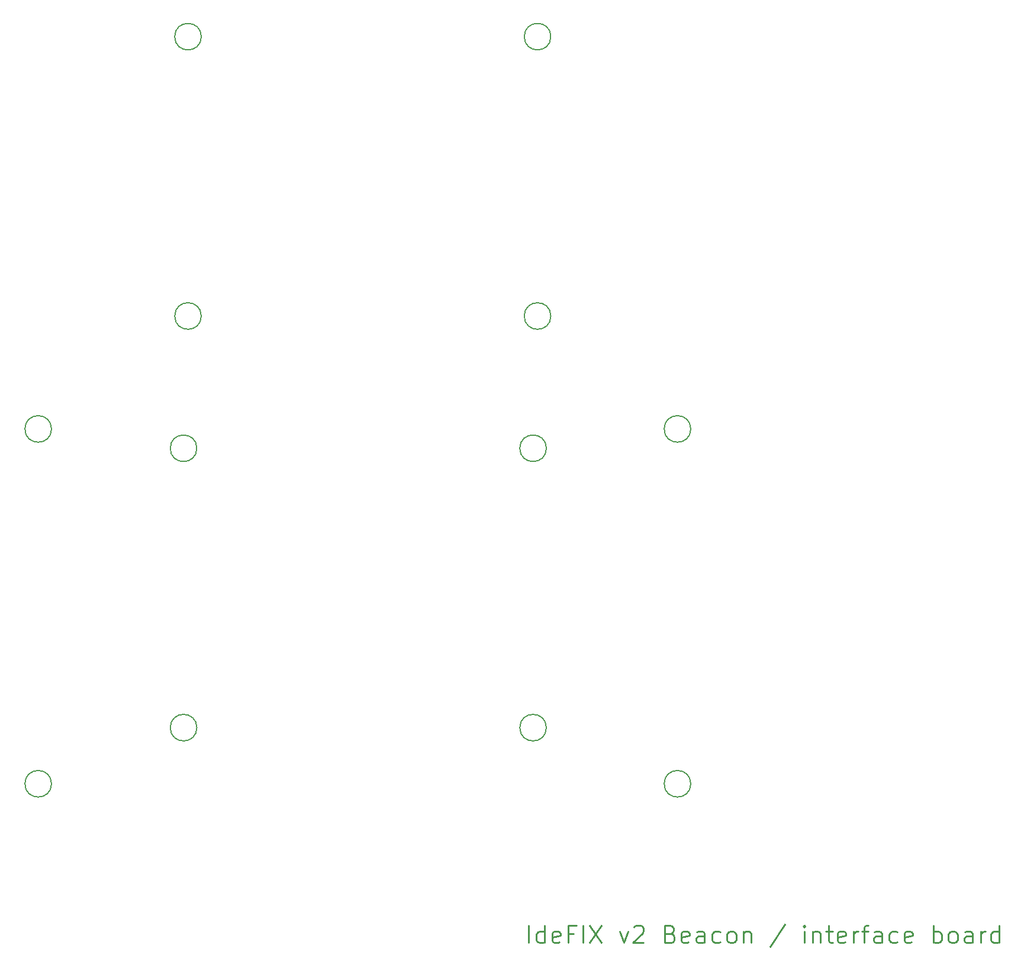
<source format=gbr>
%TF.GenerationSoftware,KiCad,Pcbnew,8.0.6*%
%TF.CreationDate,2025-07-11T21:39:04-04:00*%
%TF.ProjectId,receiver,72656365-6976-4657-922e-6b696361645f,rev?*%
%TF.SameCoordinates,Original*%
%TF.FileFunction,Other,Comment*%
%FSLAX46Y46*%
G04 Gerber Fmt 4.6, Leading zero omitted, Abs format (unit mm)*
G04 Created by KiCad (PCBNEW 8.0.6) date 2025-07-11 21:39:04*
%MOMM*%
%LPD*%
G01*
G04 APERTURE LIST*
%ADD10C,0.250000*%
%ADD11C,0.150000*%
G04 APERTURE END LIST*
D10*
X179620565Y-173725542D02*
X179620565Y-171225542D01*
X181882469Y-173725542D02*
X181882469Y-171225542D01*
X181882469Y-173606495D02*
X181644374Y-173725542D01*
X181644374Y-173725542D02*
X181168183Y-173725542D01*
X181168183Y-173725542D02*
X180930088Y-173606495D01*
X180930088Y-173606495D02*
X180811041Y-173487447D01*
X180811041Y-173487447D02*
X180691993Y-173249352D01*
X180691993Y-173249352D02*
X180691993Y-172535066D01*
X180691993Y-172535066D02*
X180811041Y-172296971D01*
X180811041Y-172296971D02*
X180930088Y-172177923D01*
X180930088Y-172177923D02*
X181168183Y-172058875D01*
X181168183Y-172058875D02*
X181644374Y-172058875D01*
X181644374Y-172058875D02*
X181882469Y-172177923D01*
X184025327Y-173606495D02*
X183787231Y-173725542D01*
X183787231Y-173725542D02*
X183311041Y-173725542D01*
X183311041Y-173725542D02*
X183072946Y-173606495D01*
X183072946Y-173606495D02*
X182953898Y-173368399D01*
X182953898Y-173368399D02*
X182953898Y-172416018D01*
X182953898Y-172416018D02*
X183072946Y-172177923D01*
X183072946Y-172177923D02*
X183311041Y-172058875D01*
X183311041Y-172058875D02*
X183787231Y-172058875D01*
X183787231Y-172058875D02*
X184025327Y-172177923D01*
X184025327Y-172177923D02*
X184144374Y-172416018D01*
X184144374Y-172416018D02*
X184144374Y-172654114D01*
X184144374Y-172654114D02*
X182953898Y-172892209D01*
X186049136Y-172416018D02*
X185215803Y-172416018D01*
X185215803Y-173725542D02*
X185215803Y-171225542D01*
X185215803Y-171225542D02*
X186406279Y-171225542D01*
X187358660Y-173725542D02*
X187358660Y-171225542D01*
X188311040Y-171225542D02*
X189977707Y-173725542D01*
X189977707Y-171225542D02*
X188311040Y-173725542D01*
X192596754Y-172058875D02*
X193191992Y-173725542D01*
X193191992Y-173725542D02*
X193787231Y-172058875D01*
X194620564Y-171463637D02*
X194739612Y-171344590D01*
X194739612Y-171344590D02*
X194977707Y-171225542D01*
X194977707Y-171225542D02*
X195572945Y-171225542D01*
X195572945Y-171225542D02*
X195811040Y-171344590D01*
X195811040Y-171344590D02*
X195930088Y-171463637D01*
X195930088Y-171463637D02*
X196049135Y-171701733D01*
X196049135Y-171701733D02*
X196049135Y-171939828D01*
X196049135Y-171939828D02*
X195930088Y-172296971D01*
X195930088Y-172296971D02*
X194501516Y-173725542D01*
X194501516Y-173725542D02*
X196049135Y-173725542D01*
X199858659Y-172416018D02*
X200215802Y-172535066D01*
X200215802Y-172535066D02*
X200334849Y-172654114D01*
X200334849Y-172654114D02*
X200453897Y-172892209D01*
X200453897Y-172892209D02*
X200453897Y-173249352D01*
X200453897Y-173249352D02*
X200334849Y-173487447D01*
X200334849Y-173487447D02*
X200215802Y-173606495D01*
X200215802Y-173606495D02*
X199977707Y-173725542D01*
X199977707Y-173725542D02*
X199025326Y-173725542D01*
X199025326Y-173725542D02*
X199025326Y-171225542D01*
X199025326Y-171225542D02*
X199858659Y-171225542D01*
X199858659Y-171225542D02*
X200096754Y-171344590D01*
X200096754Y-171344590D02*
X200215802Y-171463637D01*
X200215802Y-171463637D02*
X200334849Y-171701733D01*
X200334849Y-171701733D02*
X200334849Y-171939828D01*
X200334849Y-171939828D02*
X200215802Y-172177923D01*
X200215802Y-172177923D02*
X200096754Y-172296971D01*
X200096754Y-172296971D02*
X199858659Y-172416018D01*
X199858659Y-172416018D02*
X199025326Y-172416018D01*
X202477707Y-173606495D02*
X202239611Y-173725542D01*
X202239611Y-173725542D02*
X201763421Y-173725542D01*
X201763421Y-173725542D02*
X201525326Y-173606495D01*
X201525326Y-173606495D02*
X201406278Y-173368399D01*
X201406278Y-173368399D02*
X201406278Y-172416018D01*
X201406278Y-172416018D02*
X201525326Y-172177923D01*
X201525326Y-172177923D02*
X201763421Y-172058875D01*
X201763421Y-172058875D02*
X202239611Y-172058875D01*
X202239611Y-172058875D02*
X202477707Y-172177923D01*
X202477707Y-172177923D02*
X202596754Y-172416018D01*
X202596754Y-172416018D02*
X202596754Y-172654114D01*
X202596754Y-172654114D02*
X201406278Y-172892209D01*
X204739611Y-173725542D02*
X204739611Y-172416018D01*
X204739611Y-172416018D02*
X204620564Y-172177923D01*
X204620564Y-172177923D02*
X204382468Y-172058875D01*
X204382468Y-172058875D02*
X203906278Y-172058875D01*
X203906278Y-172058875D02*
X203668183Y-172177923D01*
X204739611Y-173606495D02*
X204501516Y-173725542D01*
X204501516Y-173725542D02*
X203906278Y-173725542D01*
X203906278Y-173725542D02*
X203668183Y-173606495D01*
X203668183Y-173606495D02*
X203549135Y-173368399D01*
X203549135Y-173368399D02*
X203549135Y-173130304D01*
X203549135Y-173130304D02*
X203668183Y-172892209D01*
X203668183Y-172892209D02*
X203906278Y-172773161D01*
X203906278Y-172773161D02*
X204501516Y-172773161D01*
X204501516Y-172773161D02*
X204739611Y-172654114D01*
X207001516Y-173606495D02*
X206763421Y-173725542D01*
X206763421Y-173725542D02*
X206287230Y-173725542D01*
X206287230Y-173725542D02*
X206049135Y-173606495D01*
X206049135Y-173606495D02*
X205930088Y-173487447D01*
X205930088Y-173487447D02*
X205811040Y-173249352D01*
X205811040Y-173249352D02*
X205811040Y-172535066D01*
X205811040Y-172535066D02*
X205930088Y-172296971D01*
X205930088Y-172296971D02*
X206049135Y-172177923D01*
X206049135Y-172177923D02*
X206287230Y-172058875D01*
X206287230Y-172058875D02*
X206763421Y-172058875D01*
X206763421Y-172058875D02*
X207001516Y-172177923D01*
X208430087Y-173725542D02*
X208191992Y-173606495D01*
X208191992Y-173606495D02*
X208072945Y-173487447D01*
X208072945Y-173487447D02*
X207953897Y-173249352D01*
X207953897Y-173249352D02*
X207953897Y-172535066D01*
X207953897Y-172535066D02*
X208072945Y-172296971D01*
X208072945Y-172296971D02*
X208191992Y-172177923D01*
X208191992Y-172177923D02*
X208430087Y-172058875D01*
X208430087Y-172058875D02*
X208787230Y-172058875D01*
X208787230Y-172058875D02*
X209025326Y-172177923D01*
X209025326Y-172177923D02*
X209144373Y-172296971D01*
X209144373Y-172296971D02*
X209263421Y-172535066D01*
X209263421Y-172535066D02*
X209263421Y-173249352D01*
X209263421Y-173249352D02*
X209144373Y-173487447D01*
X209144373Y-173487447D02*
X209025326Y-173606495D01*
X209025326Y-173606495D02*
X208787230Y-173725542D01*
X208787230Y-173725542D02*
X208430087Y-173725542D01*
X210334850Y-172058875D02*
X210334850Y-173725542D01*
X210334850Y-172296971D02*
X210453897Y-172177923D01*
X210453897Y-172177923D02*
X210691992Y-172058875D01*
X210691992Y-172058875D02*
X211049135Y-172058875D01*
X211049135Y-172058875D02*
X211287231Y-172177923D01*
X211287231Y-172177923D02*
X211406278Y-172416018D01*
X211406278Y-172416018D02*
X211406278Y-173725542D01*
X216287231Y-171106495D02*
X214144374Y-174320780D01*
X219025327Y-173725542D02*
X219025327Y-172058875D01*
X219025327Y-171225542D02*
X218906279Y-171344590D01*
X218906279Y-171344590D02*
X219025327Y-171463637D01*
X219025327Y-171463637D02*
X219144374Y-171344590D01*
X219144374Y-171344590D02*
X219025327Y-171225542D01*
X219025327Y-171225542D02*
X219025327Y-171463637D01*
X220215803Y-172058875D02*
X220215803Y-173725542D01*
X220215803Y-172296971D02*
X220334850Y-172177923D01*
X220334850Y-172177923D02*
X220572945Y-172058875D01*
X220572945Y-172058875D02*
X220930088Y-172058875D01*
X220930088Y-172058875D02*
X221168184Y-172177923D01*
X221168184Y-172177923D02*
X221287231Y-172416018D01*
X221287231Y-172416018D02*
X221287231Y-173725542D01*
X222120565Y-172058875D02*
X223072946Y-172058875D01*
X222477708Y-171225542D02*
X222477708Y-173368399D01*
X222477708Y-173368399D02*
X222596755Y-173606495D01*
X222596755Y-173606495D02*
X222834850Y-173725542D01*
X222834850Y-173725542D02*
X223072946Y-173725542D01*
X224858660Y-173606495D02*
X224620564Y-173725542D01*
X224620564Y-173725542D02*
X224144374Y-173725542D01*
X224144374Y-173725542D02*
X223906279Y-173606495D01*
X223906279Y-173606495D02*
X223787231Y-173368399D01*
X223787231Y-173368399D02*
X223787231Y-172416018D01*
X223787231Y-172416018D02*
X223906279Y-172177923D01*
X223906279Y-172177923D02*
X224144374Y-172058875D01*
X224144374Y-172058875D02*
X224620564Y-172058875D01*
X224620564Y-172058875D02*
X224858660Y-172177923D01*
X224858660Y-172177923D02*
X224977707Y-172416018D01*
X224977707Y-172416018D02*
X224977707Y-172654114D01*
X224977707Y-172654114D02*
X223787231Y-172892209D01*
X226049136Y-173725542D02*
X226049136Y-172058875D01*
X226049136Y-172535066D02*
X226168183Y-172296971D01*
X226168183Y-172296971D02*
X226287231Y-172177923D01*
X226287231Y-172177923D02*
X226525326Y-172058875D01*
X226525326Y-172058875D02*
X226763421Y-172058875D01*
X227239612Y-172058875D02*
X228191993Y-172058875D01*
X227596755Y-173725542D02*
X227596755Y-171582685D01*
X227596755Y-171582685D02*
X227715802Y-171344590D01*
X227715802Y-171344590D02*
X227953897Y-171225542D01*
X227953897Y-171225542D02*
X228191993Y-171225542D01*
X230096754Y-173725542D02*
X230096754Y-172416018D01*
X230096754Y-172416018D02*
X229977707Y-172177923D01*
X229977707Y-172177923D02*
X229739611Y-172058875D01*
X229739611Y-172058875D02*
X229263421Y-172058875D01*
X229263421Y-172058875D02*
X229025326Y-172177923D01*
X230096754Y-173606495D02*
X229858659Y-173725542D01*
X229858659Y-173725542D02*
X229263421Y-173725542D01*
X229263421Y-173725542D02*
X229025326Y-173606495D01*
X229025326Y-173606495D02*
X228906278Y-173368399D01*
X228906278Y-173368399D02*
X228906278Y-173130304D01*
X228906278Y-173130304D02*
X229025326Y-172892209D01*
X229025326Y-172892209D02*
X229263421Y-172773161D01*
X229263421Y-172773161D02*
X229858659Y-172773161D01*
X229858659Y-172773161D02*
X230096754Y-172654114D01*
X232358659Y-173606495D02*
X232120564Y-173725542D01*
X232120564Y-173725542D02*
X231644373Y-173725542D01*
X231644373Y-173725542D02*
X231406278Y-173606495D01*
X231406278Y-173606495D02*
X231287231Y-173487447D01*
X231287231Y-173487447D02*
X231168183Y-173249352D01*
X231168183Y-173249352D02*
X231168183Y-172535066D01*
X231168183Y-172535066D02*
X231287231Y-172296971D01*
X231287231Y-172296971D02*
X231406278Y-172177923D01*
X231406278Y-172177923D02*
X231644373Y-172058875D01*
X231644373Y-172058875D02*
X232120564Y-172058875D01*
X232120564Y-172058875D02*
X232358659Y-172177923D01*
X234382469Y-173606495D02*
X234144373Y-173725542D01*
X234144373Y-173725542D02*
X233668183Y-173725542D01*
X233668183Y-173725542D02*
X233430088Y-173606495D01*
X233430088Y-173606495D02*
X233311040Y-173368399D01*
X233311040Y-173368399D02*
X233311040Y-172416018D01*
X233311040Y-172416018D02*
X233430088Y-172177923D01*
X233430088Y-172177923D02*
X233668183Y-172058875D01*
X233668183Y-172058875D02*
X234144373Y-172058875D01*
X234144373Y-172058875D02*
X234382469Y-172177923D01*
X234382469Y-172177923D02*
X234501516Y-172416018D01*
X234501516Y-172416018D02*
X234501516Y-172654114D01*
X234501516Y-172654114D02*
X233311040Y-172892209D01*
X237477707Y-173725542D02*
X237477707Y-171225542D01*
X237477707Y-172177923D02*
X237715802Y-172058875D01*
X237715802Y-172058875D02*
X238191992Y-172058875D01*
X238191992Y-172058875D02*
X238430088Y-172177923D01*
X238430088Y-172177923D02*
X238549135Y-172296971D01*
X238549135Y-172296971D02*
X238668183Y-172535066D01*
X238668183Y-172535066D02*
X238668183Y-173249352D01*
X238668183Y-173249352D02*
X238549135Y-173487447D01*
X238549135Y-173487447D02*
X238430088Y-173606495D01*
X238430088Y-173606495D02*
X238191992Y-173725542D01*
X238191992Y-173725542D02*
X237715802Y-173725542D01*
X237715802Y-173725542D02*
X237477707Y-173606495D01*
X240096754Y-173725542D02*
X239858659Y-173606495D01*
X239858659Y-173606495D02*
X239739612Y-173487447D01*
X239739612Y-173487447D02*
X239620564Y-173249352D01*
X239620564Y-173249352D02*
X239620564Y-172535066D01*
X239620564Y-172535066D02*
X239739612Y-172296971D01*
X239739612Y-172296971D02*
X239858659Y-172177923D01*
X239858659Y-172177923D02*
X240096754Y-172058875D01*
X240096754Y-172058875D02*
X240453897Y-172058875D01*
X240453897Y-172058875D02*
X240691993Y-172177923D01*
X240691993Y-172177923D02*
X240811040Y-172296971D01*
X240811040Y-172296971D02*
X240930088Y-172535066D01*
X240930088Y-172535066D02*
X240930088Y-173249352D01*
X240930088Y-173249352D02*
X240811040Y-173487447D01*
X240811040Y-173487447D02*
X240691993Y-173606495D01*
X240691993Y-173606495D02*
X240453897Y-173725542D01*
X240453897Y-173725542D02*
X240096754Y-173725542D01*
X243072945Y-173725542D02*
X243072945Y-172416018D01*
X243072945Y-172416018D02*
X242953898Y-172177923D01*
X242953898Y-172177923D02*
X242715802Y-172058875D01*
X242715802Y-172058875D02*
X242239612Y-172058875D01*
X242239612Y-172058875D02*
X242001517Y-172177923D01*
X243072945Y-173606495D02*
X242834850Y-173725542D01*
X242834850Y-173725542D02*
X242239612Y-173725542D01*
X242239612Y-173725542D02*
X242001517Y-173606495D01*
X242001517Y-173606495D02*
X241882469Y-173368399D01*
X241882469Y-173368399D02*
X241882469Y-173130304D01*
X241882469Y-173130304D02*
X242001517Y-172892209D01*
X242001517Y-172892209D02*
X242239612Y-172773161D01*
X242239612Y-172773161D02*
X242834850Y-172773161D01*
X242834850Y-172773161D02*
X243072945Y-172654114D01*
X244263422Y-173725542D02*
X244263422Y-172058875D01*
X244263422Y-172535066D02*
X244382469Y-172296971D01*
X244382469Y-172296971D02*
X244501517Y-172177923D01*
X244501517Y-172177923D02*
X244739612Y-172058875D01*
X244739612Y-172058875D02*
X244977707Y-172058875D01*
X246882469Y-173725542D02*
X246882469Y-171225542D01*
X246882469Y-173606495D02*
X246644374Y-173725542D01*
X246644374Y-173725542D02*
X246168183Y-173725542D01*
X246168183Y-173725542D02*
X245930088Y-173606495D01*
X245930088Y-173606495D02*
X245811041Y-173487447D01*
X245811041Y-173487447D02*
X245691993Y-173249352D01*
X245691993Y-173249352D02*
X245691993Y-172535066D01*
X245691993Y-172535066D02*
X245811041Y-172296971D01*
X245811041Y-172296971D02*
X245930088Y-172177923D01*
X245930088Y-172177923D02*
X246168183Y-172058875D01*
X246168183Y-172058875D02*
X246644374Y-172058875D01*
X246644374Y-172058875D02*
X246882469Y-172177923D01*
D11*
%TO.C,HOLES1*%
X132767230Y-43980426D02*
G75*
G02*
X128967230Y-43980426I-1900000J0D01*
G01*
X128967230Y-43980426D02*
G75*
G02*
X132767230Y-43980426I1900000J0D01*
G01*
X132767230Y-83980426D02*
G75*
G02*
X128967230Y-83980426I-1900000J0D01*
G01*
X128967230Y-83980426D02*
G75*
G02*
X132767230Y-83980426I1900000J0D01*
G01*
X182767230Y-43980426D02*
G75*
G02*
X178967230Y-43980426I-1900000J0D01*
G01*
X178967230Y-43980426D02*
G75*
G02*
X182767230Y-43980426I1900000J0D01*
G01*
X182767230Y-83980426D02*
G75*
G02*
X178967230Y-83980426I-1900000J0D01*
G01*
X178967230Y-83980426D02*
G75*
G02*
X182767230Y-83980426I1900000J0D01*
G01*
%TO.C,HOLES3*%
X111341750Y-100148492D02*
G75*
G02*
X107541750Y-100148492I-1900000J0D01*
G01*
X107541750Y-100148492D02*
G75*
G02*
X111341750Y-100148492I1900000J0D01*
G01*
X111341750Y-150948492D02*
G75*
G02*
X107541750Y-150948492I-1900000J0D01*
G01*
X107541750Y-150948492D02*
G75*
G02*
X111341750Y-150948492I1900000J0D01*
G01*
X202781750Y-100148492D02*
G75*
G02*
X198981750Y-100148492I-1900000J0D01*
G01*
X198981750Y-100148492D02*
G75*
G02*
X202781750Y-100148492I1900000J0D01*
G01*
X202781750Y-150948492D02*
G75*
G02*
X198981750Y-150948492I-1900000J0D01*
G01*
X198981750Y-150948492D02*
G75*
G02*
X202781750Y-150948492I1900000J0D01*
G01*
%TO.C,HOLES2*%
X132130170Y-102915216D02*
G75*
G02*
X128330170Y-102915216I-1900000J0D01*
G01*
X128330170Y-102915216D02*
G75*
G02*
X132130170Y-102915216I1900000J0D01*
G01*
X132130170Y-142915216D02*
G75*
G02*
X128330170Y-142915216I-1900000J0D01*
G01*
X128330170Y-142915216D02*
G75*
G02*
X132130170Y-142915216I1900000J0D01*
G01*
X182130170Y-102915216D02*
G75*
G02*
X178330170Y-102915216I-1900000J0D01*
G01*
X178330170Y-102915216D02*
G75*
G02*
X182130170Y-102915216I1900000J0D01*
G01*
X182130170Y-142915216D02*
G75*
G02*
X178330170Y-142915216I-1900000J0D01*
G01*
X178330170Y-142915216D02*
G75*
G02*
X182130170Y-142915216I1900000J0D01*
G01*
%TD*%
M02*

</source>
